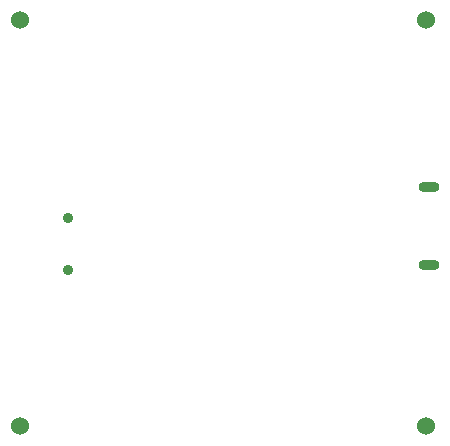
<source format=gbl>
G04*
G04 #@! TF.GenerationSoftware,Altium Limited,Altium Designer,19.1.5 (86)*
G04*
G04 Layer_Physical_Order=2*
G04 Layer_Color=16711680*
%FSLAX25Y25*%
%MOIN*%
G70*
G01*
G75*
%ADD47O,0.07087X0.03543*%
%ADD48C,0.01968*%
%ADD49C,0.03543*%
%ADD50C,0.06000*%
D47*
X144000Y87268D02*
D03*
Y61283D02*
D03*
D48*
Y87268D02*
D03*
Y61283D02*
D03*
D49*
X23500Y77000D02*
D03*
Y59677D02*
D03*
D50*
X7500Y7500D02*
D03*
Y143000D02*
D03*
X143000D02*
D03*
Y7500D02*
D03*
M02*

</source>
